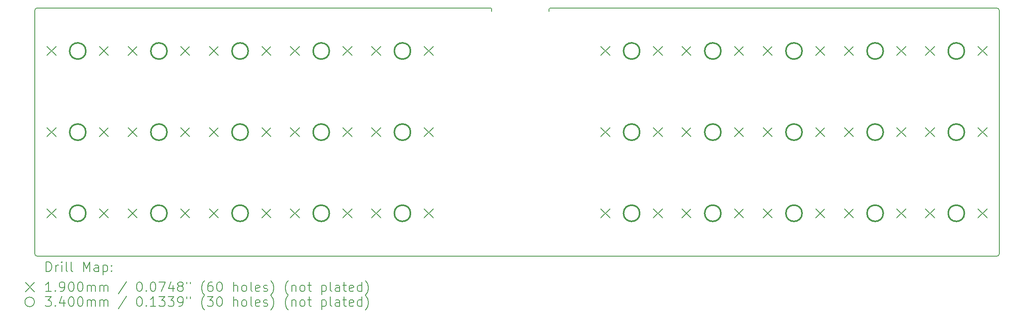
<source format=gbr>
%TF.GenerationSoftware,KiCad,Pcbnew,7.0.2*%
%TF.CreationDate,2023-06-15T14:11:53-05:00*%
%TF.ProjectId,Capsule,43617073-756c-4652-9e6b-696361645f70,1.0*%
%TF.SameCoordinates,Original*%
%TF.FileFunction,Drillmap*%
%TF.FilePolarity,Positive*%
%FSLAX45Y45*%
G04 Gerber Fmt 4.5, Leading zero omitted, Abs format (unit mm)*
G04 Created by KiCad (PCBNEW 7.0.2) date 2023-06-15 14:11:53*
%MOMM*%
%LPD*%
G01*
G04 APERTURE LIST*
%ADD10C,0.150000*%
%ADD11C,0.200000*%
%ADD12C,0.190000*%
%ADD13C,0.340000*%
G04 APERTURE END LIST*
D10*
X22500000Y-7160000D02*
G75*
G03*
X22550000Y-7110000I0J50000D01*
G01*
X22500000Y-1960000D02*
X13140000Y-1960000D01*
X11920000Y-1980000D02*
X11920000Y-2025000D01*
X11920000Y-1980000D02*
G75*
G03*
X11900000Y-1960000I-20000J0D01*
G01*
X13140000Y-1960000D02*
G75*
G03*
X13120000Y-1980000I0J-20000D01*
G01*
X22550000Y-2010000D02*
G75*
G03*
X22500000Y-1960000I-50000J0D01*
G01*
X2400000Y-1960000D02*
G75*
G03*
X2350000Y-2010000I0J-50000D01*
G01*
X22550000Y-7110000D02*
X22550000Y-2010000D01*
X2350000Y-7110000D02*
G75*
G03*
X2400000Y-7160000I50000J0D01*
G01*
X13120000Y-2025000D02*
X13120000Y-1980000D01*
X2400000Y-7160000D02*
X22500000Y-7160000D01*
X2350000Y-2010000D02*
X2350000Y-7110000D01*
X2400000Y-1960000D02*
X11900000Y-1960000D01*
D11*
D12*
X2605000Y-2765000D02*
X2795000Y-2955000D01*
X2795000Y-2765000D02*
X2605000Y-2955000D01*
X2605000Y-4465000D02*
X2795000Y-4655000D01*
X2795000Y-4465000D02*
X2605000Y-4655000D01*
X2605000Y-6165000D02*
X2795000Y-6355000D01*
X2795000Y-6165000D02*
X2605000Y-6355000D01*
X3705000Y-2765000D02*
X3895000Y-2955000D01*
X3895000Y-2765000D02*
X3705000Y-2955000D01*
X3705000Y-4465000D02*
X3895000Y-4655000D01*
X3895000Y-4465000D02*
X3705000Y-4655000D01*
X3705000Y-6165000D02*
X3895000Y-6355000D01*
X3895000Y-6165000D02*
X3705000Y-6355000D01*
X4305000Y-2765000D02*
X4495000Y-2955000D01*
X4495000Y-2765000D02*
X4305000Y-2955000D01*
X4305000Y-4465000D02*
X4495000Y-4655000D01*
X4495000Y-4465000D02*
X4305000Y-4655000D01*
X4305000Y-6165000D02*
X4495000Y-6355000D01*
X4495000Y-6165000D02*
X4305000Y-6355000D01*
X5405000Y-2765000D02*
X5595000Y-2955000D01*
X5595000Y-2765000D02*
X5405000Y-2955000D01*
X5405000Y-4465000D02*
X5595000Y-4655000D01*
X5595000Y-4465000D02*
X5405000Y-4655000D01*
X5405000Y-6165000D02*
X5595000Y-6355000D01*
X5595000Y-6165000D02*
X5405000Y-6355000D01*
X6005000Y-2765000D02*
X6195000Y-2955000D01*
X6195000Y-2765000D02*
X6005000Y-2955000D01*
X6005000Y-4465000D02*
X6195000Y-4655000D01*
X6195000Y-4465000D02*
X6005000Y-4655000D01*
X6005000Y-6165000D02*
X6195000Y-6355000D01*
X6195000Y-6165000D02*
X6005000Y-6355000D01*
X7105000Y-2765000D02*
X7295000Y-2955000D01*
X7295000Y-2765000D02*
X7105000Y-2955000D01*
X7105000Y-4465000D02*
X7295000Y-4655000D01*
X7295000Y-4465000D02*
X7105000Y-4655000D01*
X7105000Y-6165000D02*
X7295000Y-6355000D01*
X7295000Y-6165000D02*
X7105000Y-6355000D01*
X7705000Y-2765000D02*
X7895000Y-2955000D01*
X7895000Y-2765000D02*
X7705000Y-2955000D01*
X7705000Y-4465000D02*
X7895000Y-4655000D01*
X7895000Y-4465000D02*
X7705000Y-4655000D01*
X7705000Y-6165000D02*
X7895000Y-6355000D01*
X7895000Y-6165000D02*
X7705000Y-6355000D01*
X8805000Y-2765000D02*
X8995000Y-2955000D01*
X8995000Y-2765000D02*
X8805000Y-2955000D01*
X8805000Y-4465000D02*
X8995000Y-4655000D01*
X8995000Y-4465000D02*
X8805000Y-4655000D01*
X8805000Y-6165000D02*
X8995000Y-6355000D01*
X8995000Y-6165000D02*
X8805000Y-6355000D01*
X9405000Y-2765000D02*
X9595000Y-2955000D01*
X9595000Y-2765000D02*
X9405000Y-2955000D01*
X9405000Y-4465000D02*
X9595000Y-4655000D01*
X9595000Y-4465000D02*
X9405000Y-4655000D01*
X9405000Y-6165000D02*
X9595000Y-6355000D01*
X9595000Y-6165000D02*
X9405000Y-6355000D01*
X10505000Y-2765000D02*
X10695000Y-2955000D01*
X10695000Y-2765000D02*
X10505000Y-2955000D01*
X10505000Y-4465000D02*
X10695000Y-4655000D01*
X10695000Y-4465000D02*
X10505000Y-4655000D01*
X10505000Y-6165000D02*
X10695000Y-6355000D01*
X10695000Y-6165000D02*
X10505000Y-6355000D01*
X14205000Y-2765000D02*
X14395000Y-2955000D01*
X14395000Y-2765000D02*
X14205000Y-2955000D01*
X14205000Y-4465000D02*
X14395000Y-4655000D01*
X14395000Y-4465000D02*
X14205000Y-4655000D01*
X14205000Y-6165000D02*
X14395000Y-6355000D01*
X14395000Y-6165000D02*
X14205000Y-6355000D01*
X15305000Y-2765000D02*
X15495000Y-2955000D01*
X15495000Y-2765000D02*
X15305000Y-2955000D01*
X15305000Y-4465000D02*
X15495000Y-4655000D01*
X15495000Y-4465000D02*
X15305000Y-4655000D01*
X15305000Y-6165000D02*
X15495000Y-6355000D01*
X15495000Y-6165000D02*
X15305000Y-6355000D01*
X15905000Y-2765000D02*
X16095000Y-2955000D01*
X16095000Y-2765000D02*
X15905000Y-2955000D01*
X15905000Y-4465000D02*
X16095000Y-4655000D01*
X16095000Y-4465000D02*
X15905000Y-4655000D01*
X15905000Y-6165000D02*
X16095000Y-6355000D01*
X16095000Y-6165000D02*
X15905000Y-6355000D01*
X17005000Y-2765000D02*
X17195000Y-2955000D01*
X17195000Y-2765000D02*
X17005000Y-2955000D01*
X17005000Y-4465000D02*
X17195000Y-4655000D01*
X17195000Y-4465000D02*
X17005000Y-4655000D01*
X17005000Y-6165000D02*
X17195000Y-6355000D01*
X17195000Y-6165000D02*
X17005000Y-6355000D01*
X17605000Y-2765000D02*
X17795000Y-2955000D01*
X17795000Y-2765000D02*
X17605000Y-2955000D01*
X17605000Y-4465000D02*
X17795000Y-4655000D01*
X17795000Y-4465000D02*
X17605000Y-4655000D01*
X17605000Y-6165000D02*
X17795000Y-6355000D01*
X17795000Y-6165000D02*
X17605000Y-6355000D01*
X18705000Y-2765000D02*
X18895000Y-2955000D01*
X18895000Y-2765000D02*
X18705000Y-2955000D01*
X18705000Y-4465000D02*
X18895000Y-4655000D01*
X18895000Y-4465000D02*
X18705000Y-4655000D01*
X18705000Y-6165000D02*
X18895000Y-6355000D01*
X18895000Y-6165000D02*
X18705000Y-6355000D01*
X19305000Y-2765000D02*
X19495000Y-2955000D01*
X19495000Y-2765000D02*
X19305000Y-2955000D01*
X19305000Y-4465000D02*
X19495000Y-4655000D01*
X19495000Y-4465000D02*
X19305000Y-4655000D01*
X19305000Y-6165000D02*
X19495000Y-6355000D01*
X19495000Y-6165000D02*
X19305000Y-6355000D01*
X20405000Y-2765000D02*
X20595000Y-2955000D01*
X20595000Y-2765000D02*
X20405000Y-2955000D01*
X20405000Y-4465000D02*
X20595000Y-4655000D01*
X20595000Y-4465000D02*
X20405000Y-4655000D01*
X20405000Y-6165000D02*
X20595000Y-6355000D01*
X20595000Y-6165000D02*
X20405000Y-6355000D01*
X21005000Y-2765000D02*
X21195000Y-2955000D01*
X21195000Y-2765000D02*
X21005000Y-2955000D01*
X21005000Y-4465000D02*
X21195000Y-4655000D01*
X21195000Y-4465000D02*
X21005000Y-4655000D01*
X21005000Y-6165000D02*
X21195000Y-6355000D01*
X21195000Y-6165000D02*
X21005000Y-6355000D01*
X22105000Y-2765000D02*
X22295000Y-2955000D01*
X22295000Y-2765000D02*
X22105000Y-2955000D01*
X22105000Y-4465000D02*
X22295000Y-4655000D01*
X22295000Y-4465000D02*
X22105000Y-4655000D01*
X22105000Y-6165000D02*
X22295000Y-6355000D01*
X22295000Y-6165000D02*
X22105000Y-6355000D01*
D13*
X3420000Y-2860000D02*
G75*
G03*
X3420000Y-2860000I-170000J0D01*
G01*
X3420000Y-4560000D02*
G75*
G03*
X3420000Y-4560000I-170000J0D01*
G01*
X3420000Y-6260000D02*
G75*
G03*
X3420000Y-6260000I-170000J0D01*
G01*
X5120000Y-2860000D02*
G75*
G03*
X5120000Y-2860000I-170000J0D01*
G01*
X5120000Y-4560000D02*
G75*
G03*
X5120000Y-4560000I-170000J0D01*
G01*
X5120000Y-6260000D02*
G75*
G03*
X5120000Y-6260000I-170000J0D01*
G01*
X6820000Y-2860000D02*
G75*
G03*
X6820000Y-2860000I-170000J0D01*
G01*
X6820000Y-4560000D02*
G75*
G03*
X6820000Y-4560000I-170000J0D01*
G01*
X6820000Y-6260000D02*
G75*
G03*
X6820000Y-6260000I-170000J0D01*
G01*
X8520000Y-2860000D02*
G75*
G03*
X8520000Y-2860000I-170000J0D01*
G01*
X8520000Y-4560000D02*
G75*
G03*
X8520000Y-4560000I-170000J0D01*
G01*
X8520000Y-6260000D02*
G75*
G03*
X8520000Y-6260000I-170000J0D01*
G01*
X10220000Y-2860000D02*
G75*
G03*
X10220000Y-2860000I-170000J0D01*
G01*
X10220000Y-4560000D02*
G75*
G03*
X10220000Y-4560000I-170000J0D01*
G01*
X10220000Y-6260000D02*
G75*
G03*
X10220000Y-6260000I-170000J0D01*
G01*
X15020000Y-2860000D02*
G75*
G03*
X15020000Y-2860000I-170000J0D01*
G01*
X15020000Y-4560000D02*
G75*
G03*
X15020000Y-4560000I-170000J0D01*
G01*
X15020000Y-6260000D02*
G75*
G03*
X15020000Y-6260000I-170000J0D01*
G01*
X16720000Y-2860000D02*
G75*
G03*
X16720000Y-2860000I-170000J0D01*
G01*
X16720000Y-4560000D02*
G75*
G03*
X16720000Y-4560000I-170000J0D01*
G01*
X16720000Y-6260000D02*
G75*
G03*
X16720000Y-6260000I-170000J0D01*
G01*
X18420000Y-2860000D02*
G75*
G03*
X18420000Y-2860000I-170000J0D01*
G01*
X18420000Y-4560000D02*
G75*
G03*
X18420000Y-4560000I-170000J0D01*
G01*
X18420000Y-6260000D02*
G75*
G03*
X18420000Y-6260000I-170000J0D01*
G01*
X20120000Y-2860000D02*
G75*
G03*
X20120000Y-2860000I-170000J0D01*
G01*
X20120000Y-4560000D02*
G75*
G03*
X20120000Y-4560000I-170000J0D01*
G01*
X20120000Y-6260000D02*
G75*
G03*
X20120000Y-6260000I-170000J0D01*
G01*
X21820000Y-2860000D02*
G75*
G03*
X21820000Y-2860000I-170000J0D01*
G01*
X21820000Y-4560000D02*
G75*
G03*
X21820000Y-4560000I-170000J0D01*
G01*
X21820000Y-6260000D02*
G75*
G03*
X21820000Y-6260000I-170000J0D01*
G01*
D11*
X2590119Y-7480024D02*
X2590119Y-7280024D01*
X2590119Y-7280024D02*
X2637738Y-7280024D01*
X2637738Y-7280024D02*
X2666310Y-7289548D01*
X2666310Y-7289548D02*
X2685357Y-7308595D01*
X2685357Y-7308595D02*
X2694881Y-7327643D01*
X2694881Y-7327643D02*
X2704405Y-7365738D01*
X2704405Y-7365738D02*
X2704405Y-7394309D01*
X2704405Y-7394309D02*
X2694881Y-7432405D01*
X2694881Y-7432405D02*
X2685357Y-7451452D01*
X2685357Y-7451452D02*
X2666310Y-7470500D01*
X2666310Y-7470500D02*
X2637738Y-7480024D01*
X2637738Y-7480024D02*
X2590119Y-7480024D01*
X2790119Y-7480024D02*
X2790119Y-7346690D01*
X2790119Y-7384786D02*
X2799643Y-7365738D01*
X2799643Y-7365738D02*
X2809167Y-7356214D01*
X2809167Y-7356214D02*
X2828214Y-7346690D01*
X2828214Y-7346690D02*
X2847262Y-7346690D01*
X2913928Y-7480024D02*
X2913928Y-7346690D01*
X2913928Y-7280024D02*
X2904405Y-7289548D01*
X2904405Y-7289548D02*
X2913928Y-7299071D01*
X2913928Y-7299071D02*
X2923452Y-7289548D01*
X2923452Y-7289548D02*
X2913928Y-7280024D01*
X2913928Y-7280024D02*
X2913928Y-7299071D01*
X3037738Y-7480024D02*
X3018690Y-7470500D01*
X3018690Y-7470500D02*
X3009167Y-7451452D01*
X3009167Y-7451452D02*
X3009167Y-7280024D01*
X3142500Y-7480024D02*
X3123452Y-7470500D01*
X3123452Y-7470500D02*
X3113928Y-7451452D01*
X3113928Y-7451452D02*
X3113928Y-7280024D01*
X3371071Y-7480024D02*
X3371071Y-7280024D01*
X3371071Y-7280024D02*
X3437738Y-7422881D01*
X3437738Y-7422881D02*
X3504405Y-7280024D01*
X3504405Y-7280024D02*
X3504405Y-7480024D01*
X3685357Y-7480024D02*
X3685357Y-7375262D01*
X3685357Y-7375262D02*
X3675833Y-7356214D01*
X3675833Y-7356214D02*
X3656786Y-7346690D01*
X3656786Y-7346690D02*
X3618690Y-7346690D01*
X3618690Y-7346690D02*
X3599643Y-7356214D01*
X3685357Y-7470500D02*
X3666309Y-7480024D01*
X3666309Y-7480024D02*
X3618690Y-7480024D01*
X3618690Y-7480024D02*
X3599643Y-7470500D01*
X3599643Y-7470500D02*
X3590119Y-7451452D01*
X3590119Y-7451452D02*
X3590119Y-7432405D01*
X3590119Y-7432405D02*
X3599643Y-7413357D01*
X3599643Y-7413357D02*
X3618690Y-7403833D01*
X3618690Y-7403833D02*
X3666309Y-7403833D01*
X3666309Y-7403833D02*
X3685357Y-7394309D01*
X3780595Y-7346690D02*
X3780595Y-7546690D01*
X3780595Y-7356214D02*
X3799643Y-7346690D01*
X3799643Y-7346690D02*
X3837738Y-7346690D01*
X3837738Y-7346690D02*
X3856786Y-7356214D01*
X3856786Y-7356214D02*
X3866309Y-7365738D01*
X3866309Y-7365738D02*
X3875833Y-7384786D01*
X3875833Y-7384786D02*
X3875833Y-7441928D01*
X3875833Y-7441928D02*
X3866309Y-7460976D01*
X3866309Y-7460976D02*
X3856786Y-7470500D01*
X3856786Y-7470500D02*
X3837738Y-7480024D01*
X3837738Y-7480024D02*
X3799643Y-7480024D01*
X3799643Y-7480024D02*
X3780595Y-7470500D01*
X3961548Y-7460976D02*
X3971071Y-7470500D01*
X3971071Y-7470500D02*
X3961548Y-7480024D01*
X3961548Y-7480024D02*
X3952024Y-7470500D01*
X3952024Y-7470500D02*
X3961548Y-7460976D01*
X3961548Y-7460976D02*
X3961548Y-7480024D01*
X3961548Y-7356214D02*
X3971071Y-7365738D01*
X3971071Y-7365738D02*
X3961548Y-7375262D01*
X3961548Y-7375262D02*
X3952024Y-7365738D01*
X3952024Y-7365738D02*
X3961548Y-7356214D01*
X3961548Y-7356214D02*
X3961548Y-7375262D01*
D12*
X2152500Y-7712500D02*
X2342500Y-7902500D01*
X2342500Y-7712500D02*
X2152500Y-7902500D01*
D11*
X2694881Y-7900024D02*
X2580595Y-7900024D01*
X2637738Y-7900024D02*
X2637738Y-7700024D01*
X2637738Y-7700024D02*
X2618690Y-7728595D01*
X2618690Y-7728595D02*
X2599643Y-7747643D01*
X2599643Y-7747643D02*
X2580595Y-7757167D01*
X2780595Y-7880976D02*
X2790119Y-7890500D01*
X2790119Y-7890500D02*
X2780595Y-7900024D01*
X2780595Y-7900024D02*
X2771071Y-7890500D01*
X2771071Y-7890500D02*
X2780595Y-7880976D01*
X2780595Y-7880976D02*
X2780595Y-7900024D01*
X2885357Y-7900024D02*
X2923452Y-7900024D01*
X2923452Y-7900024D02*
X2942500Y-7890500D01*
X2942500Y-7890500D02*
X2952024Y-7880976D01*
X2952024Y-7880976D02*
X2971071Y-7852405D01*
X2971071Y-7852405D02*
X2980595Y-7814309D01*
X2980595Y-7814309D02*
X2980595Y-7738119D01*
X2980595Y-7738119D02*
X2971071Y-7719071D01*
X2971071Y-7719071D02*
X2961548Y-7709548D01*
X2961548Y-7709548D02*
X2942500Y-7700024D01*
X2942500Y-7700024D02*
X2904405Y-7700024D01*
X2904405Y-7700024D02*
X2885357Y-7709548D01*
X2885357Y-7709548D02*
X2875833Y-7719071D01*
X2875833Y-7719071D02*
X2866309Y-7738119D01*
X2866309Y-7738119D02*
X2866309Y-7785738D01*
X2866309Y-7785738D02*
X2875833Y-7804786D01*
X2875833Y-7804786D02*
X2885357Y-7814309D01*
X2885357Y-7814309D02*
X2904405Y-7823833D01*
X2904405Y-7823833D02*
X2942500Y-7823833D01*
X2942500Y-7823833D02*
X2961548Y-7814309D01*
X2961548Y-7814309D02*
X2971071Y-7804786D01*
X2971071Y-7804786D02*
X2980595Y-7785738D01*
X3104405Y-7700024D02*
X3123452Y-7700024D01*
X3123452Y-7700024D02*
X3142500Y-7709548D01*
X3142500Y-7709548D02*
X3152024Y-7719071D01*
X3152024Y-7719071D02*
X3161548Y-7738119D01*
X3161548Y-7738119D02*
X3171071Y-7776214D01*
X3171071Y-7776214D02*
X3171071Y-7823833D01*
X3171071Y-7823833D02*
X3161548Y-7861928D01*
X3161548Y-7861928D02*
X3152024Y-7880976D01*
X3152024Y-7880976D02*
X3142500Y-7890500D01*
X3142500Y-7890500D02*
X3123452Y-7900024D01*
X3123452Y-7900024D02*
X3104405Y-7900024D01*
X3104405Y-7900024D02*
X3085357Y-7890500D01*
X3085357Y-7890500D02*
X3075833Y-7880976D01*
X3075833Y-7880976D02*
X3066309Y-7861928D01*
X3066309Y-7861928D02*
X3056786Y-7823833D01*
X3056786Y-7823833D02*
X3056786Y-7776214D01*
X3056786Y-7776214D02*
X3066309Y-7738119D01*
X3066309Y-7738119D02*
X3075833Y-7719071D01*
X3075833Y-7719071D02*
X3085357Y-7709548D01*
X3085357Y-7709548D02*
X3104405Y-7700024D01*
X3294881Y-7700024D02*
X3313929Y-7700024D01*
X3313929Y-7700024D02*
X3332976Y-7709548D01*
X3332976Y-7709548D02*
X3342500Y-7719071D01*
X3342500Y-7719071D02*
X3352024Y-7738119D01*
X3352024Y-7738119D02*
X3361548Y-7776214D01*
X3361548Y-7776214D02*
X3361548Y-7823833D01*
X3361548Y-7823833D02*
X3352024Y-7861928D01*
X3352024Y-7861928D02*
X3342500Y-7880976D01*
X3342500Y-7880976D02*
X3332976Y-7890500D01*
X3332976Y-7890500D02*
X3313929Y-7900024D01*
X3313929Y-7900024D02*
X3294881Y-7900024D01*
X3294881Y-7900024D02*
X3275833Y-7890500D01*
X3275833Y-7890500D02*
X3266309Y-7880976D01*
X3266309Y-7880976D02*
X3256786Y-7861928D01*
X3256786Y-7861928D02*
X3247262Y-7823833D01*
X3247262Y-7823833D02*
X3247262Y-7776214D01*
X3247262Y-7776214D02*
X3256786Y-7738119D01*
X3256786Y-7738119D02*
X3266309Y-7719071D01*
X3266309Y-7719071D02*
X3275833Y-7709548D01*
X3275833Y-7709548D02*
X3294881Y-7700024D01*
X3447262Y-7900024D02*
X3447262Y-7766690D01*
X3447262Y-7785738D02*
X3456786Y-7776214D01*
X3456786Y-7776214D02*
X3475833Y-7766690D01*
X3475833Y-7766690D02*
X3504405Y-7766690D01*
X3504405Y-7766690D02*
X3523452Y-7776214D01*
X3523452Y-7776214D02*
X3532976Y-7795262D01*
X3532976Y-7795262D02*
X3532976Y-7900024D01*
X3532976Y-7795262D02*
X3542500Y-7776214D01*
X3542500Y-7776214D02*
X3561548Y-7766690D01*
X3561548Y-7766690D02*
X3590119Y-7766690D01*
X3590119Y-7766690D02*
X3609167Y-7776214D01*
X3609167Y-7776214D02*
X3618690Y-7795262D01*
X3618690Y-7795262D02*
X3618690Y-7900024D01*
X3713929Y-7900024D02*
X3713929Y-7766690D01*
X3713929Y-7785738D02*
X3723452Y-7776214D01*
X3723452Y-7776214D02*
X3742500Y-7766690D01*
X3742500Y-7766690D02*
X3771071Y-7766690D01*
X3771071Y-7766690D02*
X3790119Y-7776214D01*
X3790119Y-7776214D02*
X3799643Y-7795262D01*
X3799643Y-7795262D02*
X3799643Y-7900024D01*
X3799643Y-7795262D02*
X3809167Y-7776214D01*
X3809167Y-7776214D02*
X3828214Y-7766690D01*
X3828214Y-7766690D02*
X3856786Y-7766690D01*
X3856786Y-7766690D02*
X3875833Y-7776214D01*
X3875833Y-7776214D02*
X3885357Y-7795262D01*
X3885357Y-7795262D02*
X3885357Y-7900024D01*
X4275833Y-7690500D02*
X4104405Y-7947643D01*
X4532976Y-7700024D02*
X4552024Y-7700024D01*
X4552024Y-7700024D02*
X4571072Y-7709548D01*
X4571072Y-7709548D02*
X4580595Y-7719071D01*
X4580595Y-7719071D02*
X4590119Y-7738119D01*
X4590119Y-7738119D02*
X4599643Y-7776214D01*
X4599643Y-7776214D02*
X4599643Y-7823833D01*
X4599643Y-7823833D02*
X4590119Y-7861928D01*
X4590119Y-7861928D02*
X4580595Y-7880976D01*
X4580595Y-7880976D02*
X4571072Y-7890500D01*
X4571072Y-7890500D02*
X4552024Y-7900024D01*
X4552024Y-7900024D02*
X4532976Y-7900024D01*
X4532976Y-7900024D02*
X4513929Y-7890500D01*
X4513929Y-7890500D02*
X4504405Y-7880976D01*
X4504405Y-7880976D02*
X4494881Y-7861928D01*
X4494881Y-7861928D02*
X4485357Y-7823833D01*
X4485357Y-7823833D02*
X4485357Y-7776214D01*
X4485357Y-7776214D02*
X4494881Y-7738119D01*
X4494881Y-7738119D02*
X4504405Y-7719071D01*
X4504405Y-7719071D02*
X4513929Y-7709548D01*
X4513929Y-7709548D02*
X4532976Y-7700024D01*
X4685357Y-7880976D02*
X4694881Y-7890500D01*
X4694881Y-7890500D02*
X4685357Y-7900024D01*
X4685357Y-7900024D02*
X4675834Y-7890500D01*
X4675834Y-7890500D02*
X4685357Y-7880976D01*
X4685357Y-7880976D02*
X4685357Y-7900024D01*
X4818691Y-7700024D02*
X4837738Y-7700024D01*
X4837738Y-7700024D02*
X4856786Y-7709548D01*
X4856786Y-7709548D02*
X4866310Y-7719071D01*
X4866310Y-7719071D02*
X4875834Y-7738119D01*
X4875834Y-7738119D02*
X4885357Y-7776214D01*
X4885357Y-7776214D02*
X4885357Y-7823833D01*
X4885357Y-7823833D02*
X4875834Y-7861928D01*
X4875834Y-7861928D02*
X4866310Y-7880976D01*
X4866310Y-7880976D02*
X4856786Y-7890500D01*
X4856786Y-7890500D02*
X4837738Y-7900024D01*
X4837738Y-7900024D02*
X4818691Y-7900024D01*
X4818691Y-7900024D02*
X4799643Y-7890500D01*
X4799643Y-7890500D02*
X4790119Y-7880976D01*
X4790119Y-7880976D02*
X4780595Y-7861928D01*
X4780595Y-7861928D02*
X4771072Y-7823833D01*
X4771072Y-7823833D02*
X4771072Y-7776214D01*
X4771072Y-7776214D02*
X4780595Y-7738119D01*
X4780595Y-7738119D02*
X4790119Y-7719071D01*
X4790119Y-7719071D02*
X4799643Y-7709548D01*
X4799643Y-7709548D02*
X4818691Y-7700024D01*
X4952024Y-7700024D02*
X5085357Y-7700024D01*
X5085357Y-7700024D02*
X4999643Y-7900024D01*
X5247262Y-7766690D02*
X5247262Y-7900024D01*
X5199643Y-7690500D02*
X5152024Y-7833357D01*
X5152024Y-7833357D02*
X5275834Y-7833357D01*
X5380595Y-7785738D02*
X5361548Y-7776214D01*
X5361548Y-7776214D02*
X5352024Y-7766690D01*
X5352024Y-7766690D02*
X5342500Y-7747643D01*
X5342500Y-7747643D02*
X5342500Y-7738119D01*
X5342500Y-7738119D02*
X5352024Y-7719071D01*
X5352024Y-7719071D02*
X5361548Y-7709548D01*
X5361548Y-7709548D02*
X5380595Y-7700024D01*
X5380595Y-7700024D02*
X5418691Y-7700024D01*
X5418691Y-7700024D02*
X5437738Y-7709548D01*
X5437738Y-7709548D02*
X5447262Y-7719071D01*
X5447262Y-7719071D02*
X5456786Y-7738119D01*
X5456786Y-7738119D02*
X5456786Y-7747643D01*
X5456786Y-7747643D02*
X5447262Y-7766690D01*
X5447262Y-7766690D02*
X5437738Y-7776214D01*
X5437738Y-7776214D02*
X5418691Y-7785738D01*
X5418691Y-7785738D02*
X5380595Y-7785738D01*
X5380595Y-7785738D02*
X5361548Y-7795262D01*
X5361548Y-7795262D02*
X5352024Y-7804786D01*
X5352024Y-7804786D02*
X5342500Y-7823833D01*
X5342500Y-7823833D02*
X5342500Y-7861928D01*
X5342500Y-7861928D02*
X5352024Y-7880976D01*
X5352024Y-7880976D02*
X5361548Y-7890500D01*
X5361548Y-7890500D02*
X5380595Y-7900024D01*
X5380595Y-7900024D02*
X5418691Y-7900024D01*
X5418691Y-7900024D02*
X5437738Y-7890500D01*
X5437738Y-7890500D02*
X5447262Y-7880976D01*
X5447262Y-7880976D02*
X5456786Y-7861928D01*
X5456786Y-7861928D02*
X5456786Y-7823833D01*
X5456786Y-7823833D02*
X5447262Y-7804786D01*
X5447262Y-7804786D02*
X5437738Y-7795262D01*
X5437738Y-7795262D02*
X5418691Y-7785738D01*
X5532976Y-7700024D02*
X5532976Y-7738119D01*
X5609167Y-7700024D02*
X5609167Y-7738119D01*
X5904405Y-7976214D02*
X5894881Y-7966690D01*
X5894881Y-7966690D02*
X5875834Y-7938119D01*
X5875834Y-7938119D02*
X5866310Y-7919071D01*
X5866310Y-7919071D02*
X5856786Y-7890500D01*
X5856786Y-7890500D02*
X5847262Y-7842881D01*
X5847262Y-7842881D02*
X5847262Y-7804786D01*
X5847262Y-7804786D02*
X5856786Y-7757167D01*
X5856786Y-7757167D02*
X5866310Y-7728595D01*
X5866310Y-7728595D02*
X5875834Y-7709548D01*
X5875834Y-7709548D02*
X5894881Y-7680976D01*
X5894881Y-7680976D02*
X5904405Y-7671452D01*
X6066310Y-7700024D02*
X6028214Y-7700024D01*
X6028214Y-7700024D02*
X6009167Y-7709548D01*
X6009167Y-7709548D02*
X5999643Y-7719071D01*
X5999643Y-7719071D02*
X5980595Y-7747643D01*
X5980595Y-7747643D02*
X5971072Y-7785738D01*
X5971072Y-7785738D02*
X5971072Y-7861928D01*
X5971072Y-7861928D02*
X5980595Y-7880976D01*
X5980595Y-7880976D02*
X5990119Y-7890500D01*
X5990119Y-7890500D02*
X6009167Y-7900024D01*
X6009167Y-7900024D02*
X6047262Y-7900024D01*
X6047262Y-7900024D02*
X6066310Y-7890500D01*
X6066310Y-7890500D02*
X6075834Y-7880976D01*
X6075834Y-7880976D02*
X6085357Y-7861928D01*
X6085357Y-7861928D02*
X6085357Y-7814309D01*
X6085357Y-7814309D02*
X6075834Y-7795262D01*
X6075834Y-7795262D02*
X6066310Y-7785738D01*
X6066310Y-7785738D02*
X6047262Y-7776214D01*
X6047262Y-7776214D02*
X6009167Y-7776214D01*
X6009167Y-7776214D02*
X5990119Y-7785738D01*
X5990119Y-7785738D02*
X5980595Y-7795262D01*
X5980595Y-7795262D02*
X5971072Y-7814309D01*
X6209167Y-7700024D02*
X6228215Y-7700024D01*
X6228215Y-7700024D02*
X6247262Y-7709548D01*
X6247262Y-7709548D02*
X6256786Y-7719071D01*
X6256786Y-7719071D02*
X6266310Y-7738119D01*
X6266310Y-7738119D02*
X6275834Y-7776214D01*
X6275834Y-7776214D02*
X6275834Y-7823833D01*
X6275834Y-7823833D02*
X6266310Y-7861928D01*
X6266310Y-7861928D02*
X6256786Y-7880976D01*
X6256786Y-7880976D02*
X6247262Y-7890500D01*
X6247262Y-7890500D02*
X6228215Y-7900024D01*
X6228215Y-7900024D02*
X6209167Y-7900024D01*
X6209167Y-7900024D02*
X6190119Y-7890500D01*
X6190119Y-7890500D02*
X6180595Y-7880976D01*
X6180595Y-7880976D02*
X6171072Y-7861928D01*
X6171072Y-7861928D02*
X6161548Y-7823833D01*
X6161548Y-7823833D02*
X6161548Y-7776214D01*
X6161548Y-7776214D02*
X6171072Y-7738119D01*
X6171072Y-7738119D02*
X6180595Y-7719071D01*
X6180595Y-7719071D02*
X6190119Y-7709548D01*
X6190119Y-7709548D02*
X6209167Y-7700024D01*
X6513929Y-7900024D02*
X6513929Y-7700024D01*
X6599643Y-7900024D02*
X6599643Y-7795262D01*
X6599643Y-7795262D02*
X6590119Y-7776214D01*
X6590119Y-7776214D02*
X6571072Y-7766690D01*
X6571072Y-7766690D02*
X6542500Y-7766690D01*
X6542500Y-7766690D02*
X6523453Y-7776214D01*
X6523453Y-7776214D02*
X6513929Y-7785738D01*
X6723453Y-7900024D02*
X6704405Y-7890500D01*
X6704405Y-7890500D02*
X6694881Y-7880976D01*
X6694881Y-7880976D02*
X6685357Y-7861928D01*
X6685357Y-7861928D02*
X6685357Y-7804786D01*
X6685357Y-7804786D02*
X6694881Y-7785738D01*
X6694881Y-7785738D02*
X6704405Y-7776214D01*
X6704405Y-7776214D02*
X6723453Y-7766690D01*
X6723453Y-7766690D02*
X6752024Y-7766690D01*
X6752024Y-7766690D02*
X6771072Y-7776214D01*
X6771072Y-7776214D02*
X6780596Y-7785738D01*
X6780596Y-7785738D02*
X6790119Y-7804786D01*
X6790119Y-7804786D02*
X6790119Y-7861928D01*
X6790119Y-7861928D02*
X6780596Y-7880976D01*
X6780596Y-7880976D02*
X6771072Y-7890500D01*
X6771072Y-7890500D02*
X6752024Y-7900024D01*
X6752024Y-7900024D02*
X6723453Y-7900024D01*
X6904405Y-7900024D02*
X6885357Y-7890500D01*
X6885357Y-7890500D02*
X6875834Y-7871452D01*
X6875834Y-7871452D02*
X6875834Y-7700024D01*
X7056786Y-7890500D02*
X7037738Y-7900024D01*
X7037738Y-7900024D02*
X6999643Y-7900024D01*
X6999643Y-7900024D02*
X6980596Y-7890500D01*
X6980596Y-7890500D02*
X6971072Y-7871452D01*
X6971072Y-7871452D02*
X6971072Y-7795262D01*
X6971072Y-7795262D02*
X6980596Y-7776214D01*
X6980596Y-7776214D02*
X6999643Y-7766690D01*
X6999643Y-7766690D02*
X7037738Y-7766690D01*
X7037738Y-7766690D02*
X7056786Y-7776214D01*
X7056786Y-7776214D02*
X7066310Y-7795262D01*
X7066310Y-7795262D02*
X7066310Y-7814309D01*
X7066310Y-7814309D02*
X6971072Y-7833357D01*
X7142500Y-7890500D02*
X7161548Y-7900024D01*
X7161548Y-7900024D02*
X7199643Y-7900024D01*
X7199643Y-7900024D02*
X7218691Y-7890500D01*
X7218691Y-7890500D02*
X7228215Y-7871452D01*
X7228215Y-7871452D02*
X7228215Y-7861928D01*
X7228215Y-7861928D02*
X7218691Y-7842881D01*
X7218691Y-7842881D02*
X7199643Y-7833357D01*
X7199643Y-7833357D02*
X7171072Y-7833357D01*
X7171072Y-7833357D02*
X7152024Y-7823833D01*
X7152024Y-7823833D02*
X7142500Y-7804786D01*
X7142500Y-7804786D02*
X7142500Y-7795262D01*
X7142500Y-7795262D02*
X7152024Y-7776214D01*
X7152024Y-7776214D02*
X7171072Y-7766690D01*
X7171072Y-7766690D02*
X7199643Y-7766690D01*
X7199643Y-7766690D02*
X7218691Y-7776214D01*
X7294881Y-7976214D02*
X7304405Y-7966690D01*
X7304405Y-7966690D02*
X7323453Y-7938119D01*
X7323453Y-7938119D02*
X7332977Y-7919071D01*
X7332977Y-7919071D02*
X7342500Y-7890500D01*
X7342500Y-7890500D02*
X7352024Y-7842881D01*
X7352024Y-7842881D02*
X7352024Y-7804786D01*
X7352024Y-7804786D02*
X7342500Y-7757167D01*
X7342500Y-7757167D02*
X7332977Y-7728595D01*
X7332977Y-7728595D02*
X7323453Y-7709548D01*
X7323453Y-7709548D02*
X7304405Y-7680976D01*
X7304405Y-7680976D02*
X7294881Y-7671452D01*
X7656786Y-7976214D02*
X7647262Y-7966690D01*
X7647262Y-7966690D02*
X7628215Y-7938119D01*
X7628215Y-7938119D02*
X7618691Y-7919071D01*
X7618691Y-7919071D02*
X7609167Y-7890500D01*
X7609167Y-7890500D02*
X7599643Y-7842881D01*
X7599643Y-7842881D02*
X7599643Y-7804786D01*
X7599643Y-7804786D02*
X7609167Y-7757167D01*
X7609167Y-7757167D02*
X7618691Y-7728595D01*
X7618691Y-7728595D02*
X7628215Y-7709548D01*
X7628215Y-7709548D02*
X7647262Y-7680976D01*
X7647262Y-7680976D02*
X7656786Y-7671452D01*
X7732977Y-7766690D02*
X7732977Y-7900024D01*
X7732977Y-7785738D02*
X7742500Y-7776214D01*
X7742500Y-7776214D02*
X7761548Y-7766690D01*
X7761548Y-7766690D02*
X7790119Y-7766690D01*
X7790119Y-7766690D02*
X7809167Y-7776214D01*
X7809167Y-7776214D02*
X7818691Y-7795262D01*
X7818691Y-7795262D02*
X7818691Y-7900024D01*
X7942500Y-7900024D02*
X7923453Y-7890500D01*
X7923453Y-7890500D02*
X7913929Y-7880976D01*
X7913929Y-7880976D02*
X7904405Y-7861928D01*
X7904405Y-7861928D02*
X7904405Y-7804786D01*
X7904405Y-7804786D02*
X7913929Y-7785738D01*
X7913929Y-7785738D02*
X7923453Y-7776214D01*
X7923453Y-7776214D02*
X7942500Y-7766690D01*
X7942500Y-7766690D02*
X7971072Y-7766690D01*
X7971072Y-7766690D02*
X7990119Y-7776214D01*
X7990119Y-7776214D02*
X7999643Y-7785738D01*
X7999643Y-7785738D02*
X8009167Y-7804786D01*
X8009167Y-7804786D02*
X8009167Y-7861928D01*
X8009167Y-7861928D02*
X7999643Y-7880976D01*
X7999643Y-7880976D02*
X7990119Y-7890500D01*
X7990119Y-7890500D02*
X7971072Y-7900024D01*
X7971072Y-7900024D02*
X7942500Y-7900024D01*
X8066310Y-7766690D02*
X8142500Y-7766690D01*
X8094881Y-7700024D02*
X8094881Y-7871452D01*
X8094881Y-7871452D02*
X8104405Y-7890500D01*
X8104405Y-7890500D02*
X8123453Y-7900024D01*
X8123453Y-7900024D02*
X8142500Y-7900024D01*
X8361548Y-7766690D02*
X8361548Y-7966690D01*
X8361548Y-7776214D02*
X8380596Y-7766690D01*
X8380596Y-7766690D02*
X8418691Y-7766690D01*
X8418691Y-7766690D02*
X8437739Y-7776214D01*
X8437739Y-7776214D02*
X8447262Y-7785738D01*
X8447262Y-7785738D02*
X8456786Y-7804786D01*
X8456786Y-7804786D02*
X8456786Y-7861928D01*
X8456786Y-7861928D02*
X8447262Y-7880976D01*
X8447262Y-7880976D02*
X8437739Y-7890500D01*
X8437739Y-7890500D02*
X8418691Y-7900024D01*
X8418691Y-7900024D02*
X8380596Y-7900024D01*
X8380596Y-7900024D02*
X8361548Y-7890500D01*
X8571072Y-7900024D02*
X8552024Y-7890500D01*
X8552024Y-7890500D02*
X8542501Y-7871452D01*
X8542501Y-7871452D02*
X8542501Y-7700024D01*
X8732977Y-7900024D02*
X8732977Y-7795262D01*
X8732977Y-7795262D02*
X8723453Y-7776214D01*
X8723453Y-7776214D02*
X8704405Y-7766690D01*
X8704405Y-7766690D02*
X8666310Y-7766690D01*
X8666310Y-7766690D02*
X8647262Y-7776214D01*
X8732977Y-7890500D02*
X8713929Y-7900024D01*
X8713929Y-7900024D02*
X8666310Y-7900024D01*
X8666310Y-7900024D02*
X8647262Y-7890500D01*
X8647262Y-7890500D02*
X8637739Y-7871452D01*
X8637739Y-7871452D02*
X8637739Y-7852405D01*
X8637739Y-7852405D02*
X8647262Y-7833357D01*
X8647262Y-7833357D02*
X8666310Y-7823833D01*
X8666310Y-7823833D02*
X8713929Y-7823833D01*
X8713929Y-7823833D02*
X8732977Y-7814309D01*
X8799643Y-7766690D02*
X8875834Y-7766690D01*
X8828215Y-7700024D02*
X8828215Y-7871452D01*
X8828215Y-7871452D02*
X8837739Y-7890500D01*
X8837739Y-7890500D02*
X8856786Y-7900024D01*
X8856786Y-7900024D02*
X8875834Y-7900024D01*
X9018691Y-7890500D02*
X8999643Y-7900024D01*
X8999643Y-7900024D02*
X8961548Y-7900024D01*
X8961548Y-7900024D02*
X8942501Y-7890500D01*
X8942501Y-7890500D02*
X8932977Y-7871452D01*
X8932977Y-7871452D02*
X8932977Y-7795262D01*
X8932977Y-7795262D02*
X8942501Y-7776214D01*
X8942501Y-7776214D02*
X8961548Y-7766690D01*
X8961548Y-7766690D02*
X8999643Y-7766690D01*
X8999643Y-7766690D02*
X9018691Y-7776214D01*
X9018691Y-7776214D02*
X9028215Y-7795262D01*
X9028215Y-7795262D02*
X9028215Y-7814309D01*
X9028215Y-7814309D02*
X8932977Y-7833357D01*
X9199643Y-7900024D02*
X9199643Y-7700024D01*
X9199643Y-7890500D02*
X9180596Y-7900024D01*
X9180596Y-7900024D02*
X9142501Y-7900024D01*
X9142501Y-7900024D02*
X9123453Y-7890500D01*
X9123453Y-7890500D02*
X9113929Y-7880976D01*
X9113929Y-7880976D02*
X9104405Y-7861928D01*
X9104405Y-7861928D02*
X9104405Y-7804786D01*
X9104405Y-7804786D02*
X9113929Y-7785738D01*
X9113929Y-7785738D02*
X9123453Y-7776214D01*
X9123453Y-7776214D02*
X9142501Y-7766690D01*
X9142501Y-7766690D02*
X9180596Y-7766690D01*
X9180596Y-7766690D02*
X9199643Y-7776214D01*
X9275834Y-7976214D02*
X9285358Y-7966690D01*
X9285358Y-7966690D02*
X9304405Y-7938119D01*
X9304405Y-7938119D02*
X9313929Y-7919071D01*
X9313929Y-7919071D02*
X9323453Y-7890500D01*
X9323453Y-7890500D02*
X9332977Y-7842881D01*
X9332977Y-7842881D02*
X9332977Y-7804786D01*
X9332977Y-7804786D02*
X9323453Y-7757167D01*
X9323453Y-7757167D02*
X9313929Y-7728595D01*
X9313929Y-7728595D02*
X9304405Y-7709548D01*
X9304405Y-7709548D02*
X9285358Y-7680976D01*
X9285358Y-7680976D02*
X9275834Y-7671452D01*
X2342500Y-8117500D02*
G75*
G03*
X2342500Y-8117500I-100000J0D01*
G01*
X2571071Y-8010024D02*
X2694881Y-8010024D01*
X2694881Y-8010024D02*
X2628214Y-8086214D01*
X2628214Y-8086214D02*
X2656786Y-8086214D01*
X2656786Y-8086214D02*
X2675833Y-8095738D01*
X2675833Y-8095738D02*
X2685357Y-8105262D01*
X2685357Y-8105262D02*
X2694881Y-8124309D01*
X2694881Y-8124309D02*
X2694881Y-8171928D01*
X2694881Y-8171928D02*
X2685357Y-8190976D01*
X2685357Y-8190976D02*
X2675833Y-8200500D01*
X2675833Y-8200500D02*
X2656786Y-8210024D01*
X2656786Y-8210024D02*
X2599643Y-8210024D01*
X2599643Y-8210024D02*
X2580595Y-8200500D01*
X2580595Y-8200500D02*
X2571071Y-8190976D01*
X2780595Y-8190976D02*
X2790119Y-8200500D01*
X2790119Y-8200500D02*
X2780595Y-8210024D01*
X2780595Y-8210024D02*
X2771071Y-8200500D01*
X2771071Y-8200500D02*
X2780595Y-8190976D01*
X2780595Y-8190976D02*
X2780595Y-8210024D01*
X2961548Y-8076690D02*
X2961548Y-8210024D01*
X2913928Y-8000500D02*
X2866309Y-8143357D01*
X2866309Y-8143357D02*
X2990119Y-8143357D01*
X3104405Y-8010024D02*
X3123452Y-8010024D01*
X3123452Y-8010024D02*
X3142500Y-8019548D01*
X3142500Y-8019548D02*
X3152024Y-8029071D01*
X3152024Y-8029071D02*
X3161548Y-8048119D01*
X3161548Y-8048119D02*
X3171071Y-8086214D01*
X3171071Y-8086214D02*
X3171071Y-8133833D01*
X3171071Y-8133833D02*
X3161548Y-8171928D01*
X3161548Y-8171928D02*
X3152024Y-8190976D01*
X3152024Y-8190976D02*
X3142500Y-8200500D01*
X3142500Y-8200500D02*
X3123452Y-8210024D01*
X3123452Y-8210024D02*
X3104405Y-8210024D01*
X3104405Y-8210024D02*
X3085357Y-8200500D01*
X3085357Y-8200500D02*
X3075833Y-8190976D01*
X3075833Y-8190976D02*
X3066309Y-8171928D01*
X3066309Y-8171928D02*
X3056786Y-8133833D01*
X3056786Y-8133833D02*
X3056786Y-8086214D01*
X3056786Y-8086214D02*
X3066309Y-8048119D01*
X3066309Y-8048119D02*
X3075833Y-8029071D01*
X3075833Y-8029071D02*
X3085357Y-8019548D01*
X3085357Y-8019548D02*
X3104405Y-8010024D01*
X3294881Y-8010024D02*
X3313929Y-8010024D01*
X3313929Y-8010024D02*
X3332976Y-8019548D01*
X3332976Y-8019548D02*
X3342500Y-8029071D01*
X3342500Y-8029071D02*
X3352024Y-8048119D01*
X3352024Y-8048119D02*
X3361548Y-8086214D01*
X3361548Y-8086214D02*
X3361548Y-8133833D01*
X3361548Y-8133833D02*
X3352024Y-8171928D01*
X3352024Y-8171928D02*
X3342500Y-8190976D01*
X3342500Y-8190976D02*
X3332976Y-8200500D01*
X3332976Y-8200500D02*
X3313929Y-8210024D01*
X3313929Y-8210024D02*
X3294881Y-8210024D01*
X3294881Y-8210024D02*
X3275833Y-8200500D01*
X3275833Y-8200500D02*
X3266309Y-8190976D01*
X3266309Y-8190976D02*
X3256786Y-8171928D01*
X3256786Y-8171928D02*
X3247262Y-8133833D01*
X3247262Y-8133833D02*
X3247262Y-8086214D01*
X3247262Y-8086214D02*
X3256786Y-8048119D01*
X3256786Y-8048119D02*
X3266309Y-8029071D01*
X3266309Y-8029071D02*
X3275833Y-8019548D01*
X3275833Y-8019548D02*
X3294881Y-8010024D01*
X3447262Y-8210024D02*
X3447262Y-8076690D01*
X3447262Y-8095738D02*
X3456786Y-8086214D01*
X3456786Y-8086214D02*
X3475833Y-8076690D01*
X3475833Y-8076690D02*
X3504405Y-8076690D01*
X3504405Y-8076690D02*
X3523452Y-8086214D01*
X3523452Y-8086214D02*
X3532976Y-8105262D01*
X3532976Y-8105262D02*
X3532976Y-8210024D01*
X3532976Y-8105262D02*
X3542500Y-8086214D01*
X3542500Y-8086214D02*
X3561548Y-8076690D01*
X3561548Y-8076690D02*
X3590119Y-8076690D01*
X3590119Y-8076690D02*
X3609167Y-8086214D01*
X3609167Y-8086214D02*
X3618690Y-8105262D01*
X3618690Y-8105262D02*
X3618690Y-8210024D01*
X3713929Y-8210024D02*
X3713929Y-8076690D01*
X3713929Y-8095738D02*
X3723452Y-8086214D01*
X3723452Y-8086214D02*
X3742500Y-8076690D01*
X3742500Y-8076690D02*
X3771071Y-8076690D01*
X3771071Y-8076690D02*
X3790119Y-8086214D01*
X3790119Y-8086214D02*
X3799643Y-8105262D01*
X3799643Y-8105262D02*
X3799643Y-8210024D01*
X3799643Y-8105262D02*
X3809167Y-8086214D01*
X3809167Y-8086214D02*
X3828214Y-8076690D01*
X3828214Y-8076690D02*
X3856786Y-8076690D01*
X3856786Y-8076690D02*
X3875833Y-8086214D01*
X3875833Y-8086214D02*
X3885357Y-8105262D01*
X3885357Y-8105262D02*
X3885357Y-8210024D01*
X4275833Y-8000500D02*
X4104405Y-8257643D01*
X4532976Y-8010024D02*
X4552024Y-8010024D01*
X4552024Y-8010024D02*
X4571072Y-8019548D01*
X4571072Y-8019548D02*
X4580595Y-8029071D01*
X4580595Y-8029071D02*
X4590119Y-8048119D01*
X4590119Y-8048119D02*
X4599643Y-8086214D01*
X4599643Y-8086214D02*
X4599643Y-8133833D01*
X4599643Y-8133833D02*
X4590119Y-8171928D01*
X4590119Y-8171928D02*
X4580595Y-8190976D01*
X4580595Y-8190976D02*
X4571072Y-8200500D01*
X4571072Y-8200500D02*
X4552024Y-8210024D01*
X4552024Y-8210024D02*
X4532976Y-8210024D01*
X4532976Y-8210024D02*
X4513929Y-8200500D01*
X4513929Y-8200500D02*
X4504405Y-8190976D01*
X4504405Y-8190976D02*
X4494881Y-8171928D01*
X4494881Y-8171928D02*
X4485357Y-8133833D01*
X4485357Y-8133833D02*
X4485357Y-8086214D01*
X4485357Y-8086214D02*
X4494881Y-8048119D01*
X4494881Y-8048119D02*
X4504405Y-8029071D01*
X4504405Y-8029071D02*
X4513929Y-8019548D01*
X4513929Y-8019548D02*
X4532976Y-8010024D01*
X4685357Y-8190976D02*
X4694881Y-8200500D01*
X4694881Y-8200500D02*
X4685357Y-8210024D01*
X4685357Y-8210024D02*
X4675834Y-8200500D01*
X4675834Y-8200500D02*
X4685357Y-8190976D01*
X4685357Y-8190976D02*
X4685357Y-8210024D01*
X4885357Y-8210024D02*
X4771072Y-8210024D01*
X4828214Y-8210024D02*
X4828214Y-8010024D01*
X4828214Y-8010024D02*
X4809167Y-8038595D01*
X4809167Y-8038595D02*
X4790119Y-8057643D01*
X4790119Y-8057643D02*
X4771072Y-8067167D01*
X4952024Y-8010024D02*
X5075834Y-8010024D01*
X5075834Y-8010024D02*
X5009167Y-8086214D01*
X5009167Y-8086214D02*
X5037738Y-8086214D01*
X5037738Y-8086214D02*
X5056786Y-8095738D01*
X5056786Y-8095738D02*
X5066310Y-8105262D01*
X5066310Y-8105262D02*
X5075834Y-8124309D01*
X5075834Y-8124309D02*
X5075834Y-8171928D01*
X5075834Y-8171928D02*
X5066310Y-8190976D01*
X5066310Y-8190976D02*
X5056786Y-8200500D01*
X5056786Y-8200500D02*
X5037738Y-8210024D01*
X5037738Y-8210024D02*
X4980595Y-8210024D01*
X4980595Y-8210024D02*
X4961548Y-8200500D01*
X4961548Y-8200500D02*
X4952024Y-8190976D01*
X5142500Y-8010024D02*
X5266310Y-8010024D01*
X5266310Y-8010024D02*
X5199643Y-8086214D01*
X5199643Y-8086214D02*
X5228215Y-8086214D01*
X5228215Y-8086214D02*
X5247262Y-8095738D01*
X5247262Y-8095738D02*
X5256786Y-8105262D01*
X5256786Y-8105262D02*
X5266310Y-8124309D01*
X5266310Y-8124309D02*
X5266310Y-8171928D01*
X5266310Y-8171928D02*
X5256786Y-8190976D01*
X5256786Y-8190976D02*
X5247262Y-8200500D01*
X5247262Y-8200500D02*
X5228215Y-8210024D01*
X5228215Y-8210024D02*
X5171072Y-8210024D01*
X5171072Y-8210024D02*
X5152024Y-8200500D01*
X5152024Y-8200500D02*
X5142500Y-8190976D01*
X5361548Y-8210024D02*
X5399643Y-8210024D01*
X5399643Y-8210024D02*
X5418691Y-8200500D01*
X5418691Y-8200500D02*
X5428215Y-8190976D01*
X5428215Y-8190976D02*
X5447262Y-8162405D01*
X5447262Y-8162405D02*
X5456786Y-8124309D01*
X5456786Y-8124309D02*
X5456786Y-8048119D01*
X5456786Y-8048119D02*
X5447262Y-8029071D01*
X5447262Y-8029071D02*
X5437738Y-8019548D01*
X5437738Y-8019548D02*
X5418691Y-8010024D01*
X5418691Y-8010024D02*
X5380595Y-8010024D01*
X5380595Y-8010024D02*
X5361548Y-8019548D01*
X5361548Y-8019548D02*
X5352024Y-8029071D01*
X5352024Y-8029071D02*
X5342500Y-8048119D01*
X5342500Y-8048119D02*
X5342500Y-8095738D01*
X5342500Y-8095738D02*
X5352024Y-8114786D01*
X5352024Y-8114786D02*
X5361548Y-8124309D01*
X5361548Y-8124309D02*
X5380595Y-8133833D01*
X5380595Y-8133833D02*
X5418691Y-8133833D01*
X5418691Y-8133833D02*
X5437738Y-8124309D01*
X5437738Y-8124309D02*
X5447262Y-8114786D01*
X5447262Y-8114786D02*
X5456786Y-8095738D01*
X5532976Y-8010024D02*
X5532976Y-8048119D01*
X5609167Y-8010024D02*
X5609167Y-8048119D01*
X5904405Y-8286214D02*
X5894881Y-8276690D01*
X5894881Y-8276690D02*
X5875834Y-8248119D01*
X5875834Y-8248119D02*
X5866310Y-8229071D01*
X5866310Y-8229071D02*
X5856786Y-8200500D01*
X5856786Y-8200500D02*
X5847262Y-8152881D01*
X5847262Y-8152881D02*
X5847262Y-8114786D01*
X5847262Y-8114786D02*
X5856786Y-8067167D01*
X5856786Y-8067167D02*
X5866310Y-8038595D01*
X5866310Y-8038595D02*
X5875834Y-8019548D01*
X5875834Y-8019548D02*
X5894881Y-7990976D01*
X5894881Y-7990976D02*
X5904405Y-7981452D01*
X5961548Y-8010024D02*
X6085357Y-8010024D01*
X6085357Y-8010024D02*
X6018691Y-8086214D01*
X6018691Y-8086214D02*
X6047262Y-8086214D01*
X6047262Y-8086214D02*
X6066310Y-8095738D01*
X6066310Y-8095738D02*
X6075834Y-8105262D01*
X6075834Y-8105262D02*
X6085357Y-8124309D01*
X6085357Y-8124309D02*
X6085357Y-8171928D01*
X6085357Y-8171928D02*
X6075834Y-8190976D01*
X6075834Y-8190976D02*
X6066310Y-8200500D01*
X6066310Y-8200500D02*
X6047262Y-8210024D01*
X6047262Y-8210024D02*
X5990119Y-8210024D01*
X5990119Y-8210024D02*
X5971072Y-8200500D01*
X5971072Y-8200500D02*
X5961548Y-8190976D01*
X6209167Y-8010024D02*
X6228215Y-8010024D01*
X6228215Y-8010024D02*
X6247262Y-8019548D01*
X6247262Y-8019548D02*
X6256786Y-8029071D01*
X6256786Y-8029071D02*
X6266310Y-8048119D01*
X6266310Y-8048119D02*
X6275834Y-8086214D01*
X6275834Y-8086214D02*
X6275834Y-8133833D01*
X6275834Y-8133833D02*
X6266310Y-8171928D01*
X6266310Y-8171928D02*
X6256786Y-8190976D01*
X6256786Y-8190976D02*
X6247262Y-8200500D01*
X6247262Y-8200500D02*
X6228215Y-8210024D01*
X6228215Y-8210024D02*
X6209167Y-8210024D01*
X6209167Y-8210024D02*
X6190119Y-8200500D01*
X6190119Y-8200500D02*
X6180595Y-8190976D01*
X6180595Y-8190976D02*
X6171072Y-8171928D01*
X6171072Y-8171928D02*
X6161548Y-8133833D01*
X6161548Y-8133833D02*
X6161548Y-8086214D01*
X6161548Y-8086214D02*
X6171072Y-8048119D01*
X6171072Y-8048119D02*
X6180595Y-8029071D01*
X6180595Y-8029071D02*
X6190119Y-8019548D01*
X6190119Y-8019548D02*
X6209167Y-8010024D01*
X6513929Y-8210024D02*
X6513929Y-8010024D01*
X6599643Y-8210024D02*
X6599643Y-8105262D01*
X6599643Y-8105262D02*
X6590119Y-8086214D01*
X6590119Y-8086214D02*
X6571072Y-8076690D01*
X6571072Y-8076690D02*
X6542500Y-8076690D01*
X6542500Y-8076690D02*
X6523453Y-8086214D01*
X6523453Y-8086214D02*
X6513929Y-8095738D01*
X6723453Y-8210024D02*
X6704405Y-8200500D01*
X6704405Y-8200500D02*
X6694881Y-8190976D01*
X6694881Y-8190976D02*
X6685357Y-8171928D01*
X6685357Y-8171928D02*
X6685357Y-8114786D01*
X6685357Y-8114786D02*
X6694881Y-8095738D01*
X6694881Y-8095738D02*
X6704405Y-8086214D01*
X6704405Y-8086214D02*
X6723453Y-8076690D01*
X6723453Y-8076690D02*
X6752024Y-8076690D01*
X6752024Y-8076690D02*
X6771072Y-8086214D01*
X6771072Y-8086214D02*
X6780596Y-8095738D01*
X6780596Y-8095738D02*
X6790119Y-8114786D01*
X6790119Y-8114786D02*
X6790119Y-8171928D01*
X6790119Y-8171928D02*
X6780596Y-8190976D01*
X6780596Y-8190976D02*
X6771072Y-8200500D01*
X6771072Y-8200500D02*
X6752024Y-8210024D01*
X6752024Y-8210024D02*
X6723453Y-8210024D01*
X6904405Y-8210024D02*
X6885357Y-8200500D01*
X6885357Y-8200500D02*
X6875834Y-8181452D01*
X6875834Y-8181452D02*
X6875834Y-8010024D01*
X7056786Y-8200500D02*
X7037738Y-8210024D01*
X7037738Y-8210024D02*
X6999643Y-8210024D01*
X6999643Y-8210024D02*
X6980596Y-8200500D01*
X6980596Y-8200500D02*
X6971072Y-8181452D01*
X6971072Y-8181452D02*
X6971072Y-8105262D01*
X6971072Y-8105262D02*
X6980596Y-8086214D01*
X6980596Y-8086214D02*
X6999643Y-8076690D01*
X6999643Y-8076690D02*
X7037738Y-8076690D01*
X7037738Y-8076690D02*
X7056786Y-8086214D01*
X7056786Y-8086214D02*
X7066310Y-8105262D01*
X7066310Y-8105262D02*
X7066310Y-8124309D01*
X7066310Y-8124309D02*
X6971072Y-8143357D01*
X7142500Y-8200500D02*
X7161548Y-8210024D01*
X7161548Y-8210024D02*
X7199643Y-8210024D01*
X7199643Y-8210024D02*
X7218691Y-8200500D01*
X7218691Y-8200500D02*
X7228215Y-8181452D01*
X7228215Y-8181452D02*
X7228215Y-8171928D01*
X7228215Y-8171928D02*
X7218691Y-8152881D01*
X7218691Y-8152881D02*
X7199643Y-8143357D01*
X7199643Y-8143357D02*
X7171072Y-8143357D01*
X7171072Y-8143357D02*
X7152024Y-8133833D01*
X7152024Y-8133833D02*
X7142500Y-8114786D01*
X7142500Y-8114786D02*
X7142500Y-8105262D01*
X7142500Y-8105262D02*
X7152024Y-8086214D01*
X7152024Y-8086214D02*
X7171072Y-8076690D01*
X7171072Y-8076690D02*
X7199643Y-8076690D01*
X7199643Y-8076690D02*
X7218691Y-8086214D01*
X7294881Y-8286214D02*
X7304405Y-8276690D01*
X7304405Y-8276690D02*
X7323453Y-8248119D01*
X7323453Y-8248119D02*
X7332977Y-8229071D01*
X7332977Y-8229071D02*
X7342500Y-8200500D01*
X7342500Y-8200500D02*
X7352024Y-8152881D01*
X7352024Y-8152881D02*
X7352024Y-8114786D01*
X7352024Y-8114786D02*
X7342500Y-8067167D01*
X7342500Y-8067167D02*
X7332977Y-8038595D01*
X7332977Y-8038595D02*
X7323453Y-8019548D01*
X7323453Y-8019548D02*
X7304405Y-7990976D01*
X7304405Y-7990976D02*
X7294881Y-7981452D01*
X7656786Y-8286214D02*
X7647262Y-8276690D01*
X7647262Y-8276690D02*
X7628215Y-8248119D01*
X7628215Y-8248119D02*
X7618691Y-8229071D01*
X7618691Y-8229071D02*
X7609167Y-8200500D01*
X7609167Y-8200500D02*
X7599643Y-8152881D01*
X7599643Y-8152881D02*
X7599643Y-8114786D01*
X7599643Y-8114786D02*
X7609167Y-8067167D01*
X7609167Y-8067167D02*
X7618691Y-8038595D01*
X7618691Y-8038595D02*
X7628215Y-8019548D01*
X7628215Y-8019548D02*
X7647262Y-7990976D01*
X7647262Y-7990976D02*
X7656786Y-7981452D01*
X7732977Y-8076690D02*
X7732977Y-8210024D01*
X7732977Y-8095738D02*
X7742500Y-8086214D01*
X7742500Y-8086214D02*
X7761548Y-8076690D01*
X7761548Y-8076690D02*
X7790119Y-8076690D01*
X7790119Y-8076690D02*
X7809167Y-8086214D01*
X7809167Y-8086214D02*
X7818691Y-8105262D01*
X7818691Y-8105262D02*
X7818691Y-8210024D01*
X7942500Y-8210024D02*
X7923453Y-8200500D01*
X7923453Y-8200500D02*
X7913929Y-8190976D01*
X7913929Y-8190976D02*
X7904405Y-8171928D01*
X7904405Y-8171928D02*
X7904405Y-8114786D01*
X7904405Y-8114786D02*
X7913929Y-8095738D01*
X7913929Y-8095738D02*
X7923453Y-8086214D01*
X7923453Y-8086214D02*
X7942500Y-8076690D01*
X7942500Y-8076690D02*
X7971072Y-8076690D01*
X7971072Y-8076690D02*
X7990119Y-8086214D01*
X7990119Y-8086214D02*
X7999643Y-8095738D01*
X7999643Y-8095738D02*
X8009167Y-8114786D01*
X8009167Y-8114786D02*
X8009167Y-8171928D01*
X8009167Y-8171928D02*
X7999643Y-8190976D01*
X7999643Y-8190976D02*
X7990119Y-8200500D01*
X7990119Y-8200500D02*
X7971072Y-8210024D01*
X7971072Y-8210024D02*
X7942500Y-8210024D01*
X8066310Y-8076690D02*
X8142500Y-8076690D01*
X8094881Y-8010024D02*
X8094881Y-8181452D01*
X8094881Y-8181452D02*
X8104405Y-8200500D01*
X8104405Y-8200500D02*
X8123453Y-8210024D01*
X8123453Y-8210024D02*
X8142500Y-8210024D01*
X8361548Y-8076690D02*
X8361548Y-8276690D01*
X8361548Y-8086214D02*
X8380596Y-8076690D01*
X8380596Y-8076690D02*
X8418691Y-8076690D01*
X8418691Y-8076690D02*
X8437739Y-8086214D01*
X8437739Y-8086214D02*
X8447262Y-8095738D01*
X8447262Y-8095738D02*
X8456786Y-8114786D01*
X8456786Y-8114786D02*
X8456786Y-8171928D01*
X8456786Y-8171928D02*
X8447262Y-8190976D01*
X8447262Y-8190976D02*
X8437739Y-8200500D01*
X8437739Y-8200500D02*
X8418691Y-8210024D01*
X8418691Y-8210024D02*
X8380596Y-8210024D01*
X8380596Y-8210024D02*
X8361548Y-8200500D01*
X8571072Y-8210024D02*
X8552024Y-8200500D01*
X8552024Y-8200500D02*
X8542501Y-8181452D01*
X8542501Y-8181452D02*
X8542501Y-8010024D01*
X8732977Y-8210024D02*
X8732977Y-8105262D01*
X8732977Y-8105262D02*
X8723453Y-8086214D01*
X8723453Y-8086214D02*
X8704405Y-8076690D01*
X8704405Y-8076690D02*
X8666310Y-8076690D01*
X8666310Y-8076690D02*
X8647262Y-8086214D01*
X8732977Y-8200500D02*
X8713929Y-8210024D01*
X8713929Y-8210024D02*
X8666310Y-8210024D01*
X8666310Y-8210024D02*
X8647262Y-8200500D01*
X8647262Y-8200500D02*
X8637739Y-8181452D01*
X8637739Y-8181452D02*
X8637739Y-8162405D01*
X8637739Y-8162405D02*
X8647262Y-8143357D01*
X8647262Y-8143357D02*
X8666310Y-8133833D01*
X8666310Y-8133833D02*
X8713929Y-8133833D01*
X8713929Y-8133833D02*
X8732977Y-8124309D01*
X8799643Y-8076690D02*
X8875834Y-8076690D01*
X8828215Y-8010024D02*
X8828215Y-8181452D01*
X8828215Y-8181452D02*
X8837739Y-8200500D01*
X8837739Y-8200500D02*
X8856786Y-8210024D01*
X8856786Y-8210024D02*
X8875834Y-8210024D01*
X9018691Y-8200500D02*
X8999643Y-8210024D01*
X8999643Y-8210024D02*
X8961548Y-8210024D01*
X8961548Y-8210024D02*
X8942501Y-8200500D01*
X8942501Y-8200500D02*
X8932977Y-8181452D01*
X8932977Y-8181452D02*
X8932977Y-8105262D01*
X8932977Y-8105262D02*
X8942501Y-8086214D01*
X8942501Y-8086214D02*
X8961548Y-8076690D01*
X8961548Y-8076690D02*
X8999643Y-8076690D01*
X8999643Y-8076690D02*
X9018691Y-8086214D01*
X9018691Y-8086214D02*
X9028215Y-8105262D01*
X9028215Y-8105262D02*
X9028215Y-8124309D01*
X9028215Y-8124309D02*
X8932977Y-8143357D01*
X9199643Y-8210024D02*
X9199643Y-8010024D01*
X9199643Y-8200500D02*
X9180596Y-8210024D01*
X9180596Y-8210024D02*
X9142501Y-8210024D01*
X9142501Y-8210024D02*
X9123453Y-8200500D01*
X9123453Y-8200500D02*
X9113929Y-8190976D01*
X9113929Y-8190976D02*
X9104405Y-8171928D01*
X9104405Y-8171928D02*
X9104405Y-8114786D01*
X9104405Y-8114786D02*
X9113929Y-8095738D01*
X9113929Y-8095738D02*
X9123453Y-8086214D01*
X9123453Y-8086214D02*
X9142501Y-8076690D01*
X9142501Y-8076690D02*
X9180596Y-8076690D01*
X9180596Y-8076690D02*
X9199643Y-8086214D01*
X9275834Y-8286214D02*
X9285358Y-8276690D01*
X9285358Y-8276690D02*
X9304405Y-8248119D01*
X9304405Y-8248119D02*
X9313929Y-8229071D01*
X9313929Y-8229071D02*
X9323453Y-8200500D01*
X9323453Y-8200500D02*
X9332977Y-8152881D01*
X9332977Y-8152881D02*
X9332977Y-8114786D01*
X9332977Y-8114786D02*
X9323453Y-8067167D01*
X9323453Y-8067167D02*
X9313929Y-8038595D01*
X9313929Y-8038595D02*
X9304405Y-8019548D01*
X9304405Y-8019548D02*
X9285358Y-7990976D01*
X9285358Y-7990976D02*
X9275834Y-7981452D01*
M02*

</source>
